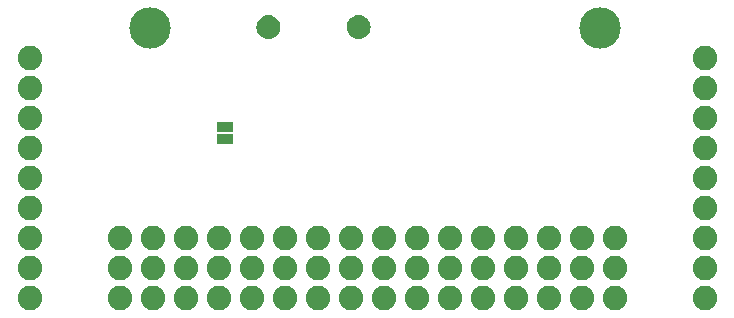
<source format=gbr>
G04 EAGLE Gerber RS-274X export*
G75*
%MOMM*%
%FSLAX34Y34*%
%LPD*%
%INSoldermask Bottom*%
%IPPOS*%
%AMOC8*
5,1,8,0,0,1.08239X$1,22.5*%
G01*
%ADD10C,2.082800*%
%ADD11R,1.473200X0.838200*%
%ADD12C,3.505200*%

G36*
X291074Y232036D02*
X291074Y232036D01*
X291139Y232032D01*
X292969Y232192D01*
X293016Y232204D01*
X293092Y232215D01*
X294856Y232729D01*
X294899Y232750D01*
X294971Y232775D01*
X296601Y233624D01*
X296639Y233653D01*
X296705Y233692D01*
X298139Y234842D01*
X298170Y234878D01*
X298227Y234929D01*
X299409Y236337D01*
X299433Y236378D01*
X299479Y236439D01*
X300023Y237432D01*
X300363Y238050D01*
X300378Y238096D01*
X300411Y238165D01*
X300964Y239917D01*
X300970Y239965D01*
X300989Y240039D01*
X301189Y241866D01*
X301186Y241912D01*
X301191Y241981D01*
X301069Y243657D01*
X301058Y243700D01*
X301051Y243766D01*
X300640Y245396D01*
X300621Y245436D01*
X300604Y245500D01*
X299916Y247033D01*
X299890Y247070D01*
X299862Y247130D01*
X298918Y248520D01*
X298887Y248552D01*
X298848Y248606D01*
X297677Y249811D01*
X297641Y249837D01*
X297593Y249884D01*
X296231Y250868D01*
X296191Y250887D01*
X296136Y250924D01*
X294623Y251656D01*
X294580Y251668D01*
X294520Y251696D01*
X292903Y252154D01*
X292859Y252159D01*
X292795Y252175D01*
X291123Y252346D01*
X291074Y252342D01*
X290996Y252346D01*
X289324Y252180D01*
X289281Y252168D01*
X289215Y252159D01*
X287597Y251705D01*
X287557Y251686D01*
X287494Y251666D01*
X285979Y250938D01*
X285943Y250912D01*
X285884Y250881D01*
X284519Y249901D01*
X284488Y249869D01*
X284435Y249829D01*
X283261Y248627D01*
X283236Y248590D01*
X283191Y248541D01*
X282244Y247154D01*
X282226Y247113D01*
X282190Y247057D01*
X281498Y245526D01*
X281487Y245482D01*
X281462Y245421D01*
X281046Y243793D01*
X281043Y243749D01*
X281028Y243684D01*
X280902Y242009D01*
X280907Y241962D01*
X280904Y241890D01*
X281110Y240054D01*
X281123Y240008D01*
X281136Y239933D01*
X281695Y238172D01*
X281718Y238130D01*
X281745Y238058D01*
X282637Y236440D01*
X282668Y236403D01*
X282708Y236338D01*
X283899Y234926D01*
X283936Y234895D01*
X283988Y234839D01*
X285431Y233686D01*
X285474Y233663D01*
X285536Y233619D01*
X287176Y232770D01*
X287222Y232755D01*
X287292Y232724D01*
X289067Y232211D01*
X289115Y232206D01*
X289189Y232188D01*
X291030Y232032D01*
X291074Y232036D01*
G37*
G36*
X214798Y231960D02*
X214798Y231960D01*
X214863Y231956D01*
X216693Y232116D01*
X216740Y232128D01*
X216816Y232139D01*
X218580Y232653D01*
X218623Y232674D01*
X218695Y232699D01*
X220325Y233548D01*
X220363Y233577D01*
X220429Y233616D01*
X221863Y234766D01*
X221894Y234802D01*
X221951Y234853D01*
X223133Y236261D01*
X223157Y236302D01*
X223203Y236363D01*
X223747Y237356D01*
X224087Y237974D01*
X224102Y238020D01*
X224135Y238089D01*
X224688Y239841D01*
X224694Y239889D01*
X224713Y239963D01*
X224913Y241790D01*
X224910Y241836D01*
X224915Y241905D01*
X224793Y243581D01*
X224782Y243624D01*
X224775Y243690D01*
X224364Y245320D01*
X224345Y245360D01*
X224328Y245424D01*
X223640Y246957D01*
X223614Y246994D01*
X223586Y247054D01*
X222642Y248444D01*
X222611Y248476D01*
X222572Y248530D01*
X221401Y249735D01*
X221365Y249761D01*
X221317Y249808D01*
X219955Y250792D01*
X219915Y250811D01*
X219860Y250848D01*
X218347Y251580D01*
X218304Y251592D01*
X218244Y251620D01*
X216627Y252078D01*
X216583Y252083D01*
X216519Y252099D01*
X214847Y252270D01*
X214798Y252266D01*
X214720Y252270D01*
X213048Y252104D01*
X213005Y252092D01*
X212939Y252083D01*
X211321Y251629D01*
X211281Y251610D01*
X211218Y251590D01*
X209703Y250862D01*
X209667Y250836D01*
X209608Y250805D01*
X208243Y249825D01*
X208212Y249793D01*
X208159Y249753D01*
X206985Y248551D01*
X206960Y248514D01*
X206915Y248465D01*
X205968Y247078D01*
X205950Y247037D01*
X205914Y246981D01*
X205222Y245450D01*
X205211Y245406D01*
X205186Y245345D01*
X204770Y243717D01*
X204767Y243673D01*
X204752Y243608D01*
X204626Y241933D01*
X204631Y241886D01*
X204628Y241814D01*
X204834Y239978D01*
X204847Y239932D01*
X204860Y239857D01*
X205419Y238096D01*
X205442Y238054D01*
X205469Y237982D01*
X206361Y236364D01*
X206392Y236327D01*
X206432Y236262D01*
X207623Y234850D01*
X207660Y234819D01*
X207712Y234763D01*
X209155Y233610D01*
X209198Y233587D01*
X209260Y233543D01*
X210900Y232694D01*
X210946Y232679D01*
X211016Y232648D01*
X212791Y232135D01*
X212839Y232130D01*
X212913Y232112D01*
X214754Y231956D01*
X214798Y231960D01*
G37*
D10*
X88900Y12700D03*
X88900Y38100D03*
X88900Y63500D03*
X200660Y12700D03*
X200660Y38100D03*
X200660Y63500D03*
X312420Y12700D03*
X312420Y38100D03*
X312420Y63500D03*
X424180Y12700D03*
X424180Y38100D03*
X424180Y63500D03*
X116840Y12700D03*
X116840Y38100D03*
X116840Y63500D03*
X228600Y12700D03*
X228600Y38100D03*
X228600Y63500D03*
X340360Y12700D03*
X340360Y38100D03*
X340360Y63500D03*
X452120Y12700D03*
X452120Y38100D03*
X452120Y63500D03*
X144780Y12700D03*
X144780Y38100D03*
X144780Y63500D03*
X256540Y12700D03*
X256540Y38100D03*
X256540Y63500D03*
X368300Y12700D03*
X368300Y38100D03*
X368300Y63500D03*
X480060Y12700D03*
X480060Y38100D03*
X480060Y63500D03*
X172720Y12700D03*
X172720Y38100D03*
X172720Y63500D03*
X284480Y12700D03*
X284480Y38100D03*
X284480Y63500D03*
X396240Y12700D03*
X396240Y38100D03*
X396240Y63500D03*
X508000Y12700D03*
X508000Y38100D03*
X508000Y63500D03*
X12700Y215900D03*
X12700Y190500D03*
X584200Y215900D03*
X584200Y190500D03*
D11*
X177800Y157480D03*
X177800Y147320D03*
D10*
X12700Y165100D03*
X12700Y139700D03*
X12700Y114300D03*
X12700Y88900D03*
X12700Y63500D03*
X12700Y38100D03*
X12700Y12700D03*
X584200Y165100D03*
X584200Y139700D03*
X584200Y114300D03*
X584200Y88900D03*
X584200Y63500D03*
X584200Y38100D03*
X584200Y12700D03*
D12*
X114300Y241300D03*
X495300Y241300D03*
M02*

</source>
